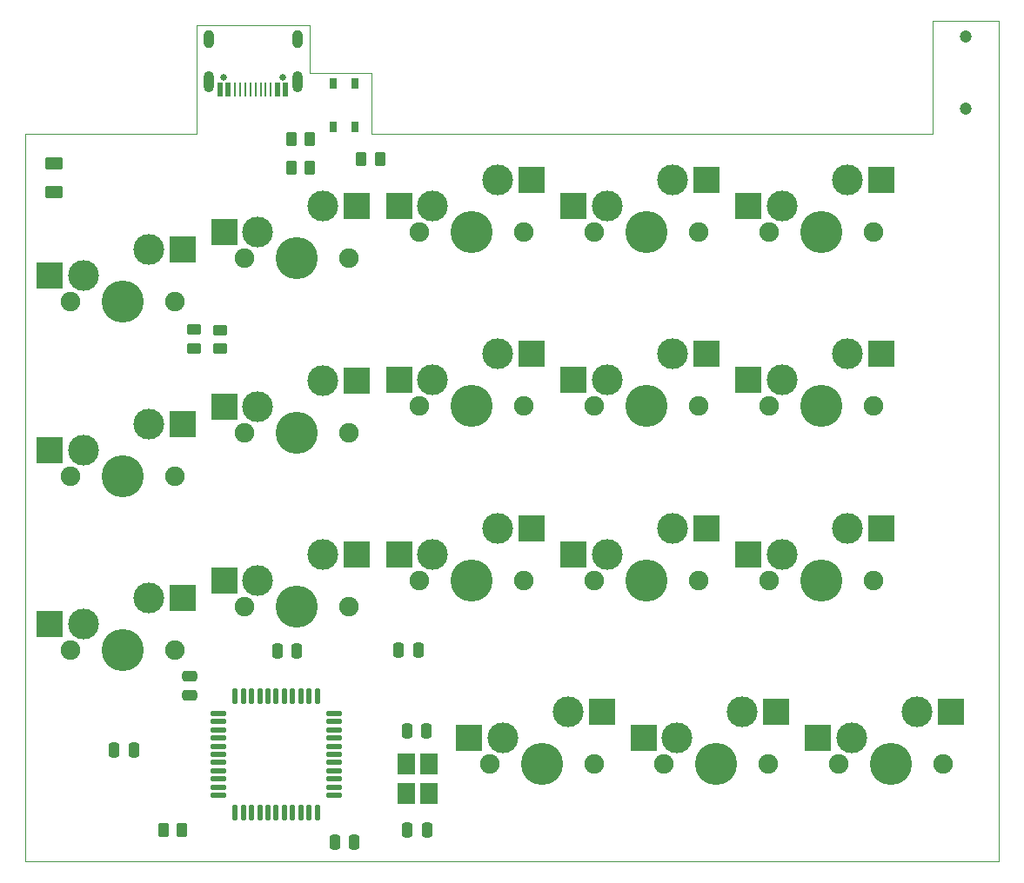
<source format=gbs>
%TF.GenerationSoftware,KiCad,Pcbnew,(6.0.9)*%
%TF.CreationDate,2023-01-09T12:53:46+09:00*%
%TF.ProjectId,split-mini__left,73706c69-742d-46d6-996e-695f5f6c6566,rev?*%
%TF.SameCoordinates,Original*%
%TF.FileFunction,Soldermask,Bot*%
%TF.FilePolarity,Negative*%
%FSLAX46Y46*%
G04 Gerber Fmt 4.6, Leading zero omitted, Abs format (unit mm)*
G04 Created by KiCad (PCBNEW (6.0.9)) date 2023-01-09 12:53:46*
%MOMM*%
%LPD*%
G01*
G04 APERTURE LIST*
G04 Aperture macros list*
%AMRoundRect*
0 Rectangle with rounded corners*
0 $1 Rounding radius*
0 $2 $3 $4 $5 $6 $7 $8 $9 X,Y pos of 4 corners*
0 Add a 4 corners polygon primitive as box body*
4,1,4,$2,$3,$4,$5,$6,$7,$8,$9,$2,$3,0*
0 Add four circle primitives for the rounded corners*
1,1,$1+$1,$2,$3*
1,1,$1+$1,$4,$5*
1,1,$1+$1,$6,$7*
1,1,$1+$1,$8,$9*
0 Add four rect primitives between the rounded corners*
20,1,$1+$1,$2,$3,$4,$5,0*
20,1,$1+$1,$4,$5,$6,$7,0*
20,1,$1+$1,$6,$7,$8,$9,0*
20,1,$1+$1,$8,$9,$2,$3,0*%
G04 Aperture macros list end*
%TA.AperFunction,Profile*%
%ADD10C,0.100000*%
%TD*%
%ADD11C,1.900000*%
%ADD12C,4.100000*%
%ADD13C,3.000000*%
%ADD14R,2.550000X2.500000*%
%ADD15C,0.650000*%
%ADD16R,0.580000X1.400000*%
%ADD17R,0.280000X1.400000*%
%ADD18O,1.000000X1.800000*%
%ADD19O,1.000000X2.100000*%
%ADD20RoundRect,0.137500X-0.137500X0.600000X-0.137500X-0.600000X0.137500X-0.600000X0.137500X0.600000X0*%
%ADD21RoundRect,0.137500X-0.600000X0.137500X-0.600000X-0.137500X0.600000X-0.137500X0.600000X0.137500X0*%
%ADD22RoundRect,0.250000X-0.625000X0.375000X-0.625000X-0.375000X0.625000X-0.375000X0.625000X0.375000X0*%
%ADD23RoundRect,0.250000X0.262500X0.450000X-0.262500X0.450000X-0.262500X-0.450000X0.262500X-0.450000X0*%
%ADD24RoundRect,0.250000X-0.262500X-0.450000X0.262500X-0.450000X0.262500X0.450000X-0.262500X0.450000X0*%
%ADD25RoundRect,0.250000X-0.250000X-0.475000X0.250000X-0.475000X0.250000X0.475000X-0.250000X0.475000X0*%
%ADD26C,1.200000*%
%ADD27RoundRect,0.250000X0.250000X0.475000X-0.250000X0.475000X-0.250000X-0.475000X0.250000X-0.475000X0*%
%ADD28R,0.650000X1.050000*%
%ADD29R,1.800000X2.100000*%
%ADD30RoundRect,0.250000X-0.475000X0.250000X-0.475000X-0.250000X0.475000X-0.250000X0.475000X0.250000X0*%
%ADD31RoundRect,0.250000X-0.450000X0.262500X-0.450000X-0.262500X0.450000X-0.262500X0.450000X0.262500X0*%
G04 APERTURE END LIST*
D10*
X45300000Y-24800000D02*
X51300000Y-24800000D01*
X112386197Y-19800000D02*
X112386197Y-101650000D01*
X34300000Y-20168424D02*
X45300000Y-20168424D01*
X17586197Y-30800000D02*
X34300000Y-30800000D01*
X105886197Y-19800000D02*
X112386197Y-19800000D01*
X105886197Y-30800000D02*
X105886197Y-19800000D01*
X34300000Y-30800000D02*
X34300000Y-20168424D01*
X17586197Y-101650000D02*
X17586197Y-30800000D01*
X51300000Y-24800000D02*
X51300000Y-30800000D01*
X51300000Y-30800000D02*
X105886197Y-30800000D01*
X45300000Y-20168424D02*
X45300000Y-24800000D01*
X112386197Y-101650000D02*
X17586197Y-101650000D01*
D11*
%TO.C,SW15*%
X100155000Y-74300000D03*
D12*
X95075000Y-74300000D03*
D13*
X91265000Y-71760000D03*
D11*
X89995000Y-74300000D03*
D13*
X97615000Y-69220000D03*
D14*
X87990000Y-71760000D03*
X100917000Y-69220000D03*
%TD*%
D11*
%TO.C,SW7*%
X38995000Y-59850000D03*
X49155000Y-59850000D03*
D13*
X46615000Y-54770000D03*
D12*
X44075000Y-59850000D03*
D13*
X40265000Y-57310000D03*
D14*
X36990000Y-57310000D03*
X49917000Y-54770000D03*
%TD*%
D11*
%TO.C,SW3*%
X55995000Y-40300000D03*
D13*
X57265000Y-37760000D03*
D12*
X61075000Y-40300000D03*
D13*
X63615000Y-35220000D03*
D11*
X66155000Y-40300000D03*
D14*
X53990000Y-37760000D03*
X66917000Y-35220000D03*
%TD*%
D13*
%TO.C,SW6*%
X29640000Y-59020000D03*
D11*
X22020000Y-64100000D03*
D12*
X27100000Y-64100000D03*
D11*
X32180000Y-64100000D03*
D13*
X23290000Y-61560000D03*
D14*
X20015000Y-61560000D03*
X32942000Y-59020000D03*
%TD*%
D13*
%TO.C,SW17*%
X87415000Y-87070000D03*
D11*
X79795000Y-92150000D03*
D12*
X84875000Y-92150000D03*
D13*
X81065000Y-89610000D03*
D11*
X89955000Y-92150000D03*
D14*
X77790000Y-89610000D03*
X90717000Y-87070000D03*
%TD*%
D13*
%TO.C,SW14*%
X80625000Y-69235000D03*
X74275000Y-71775000D03*
D12*
X78085000Y-74315000D03*
D11*
X83165000Y-74315000D03*
X73005000Y-74315000D03*
D14*
X71000000Y-71775000D03*
X83927000Y-69235000D03*
%TD*%
D13*
%TO.C,SW9*%
X74265000Y-54760000D03*
D12*
X78075000Y-57300000D03*
D13*
X80615000Y-52220000D03*
D11*
X83155000Y-57300000D03*
X72995000Y-57300000D03*
D14*
X70990000Y-54760000D03*
X83917000Y-52220000D03*
%TD*%
D13*
%TO.C,SW8*%
X57265000Y-54760000D03*
D11*
X55995000Y-57300000D03*
D12*
X61075000Y-57300000D03*
D13*
X63615000Y-52220000D03*
D11*
X66155000Y-57300000D03*
D14*
X53990000Y-54760000D03*
X66917000Y-52220000D03*
%TD*%
D11*
%TO.C,SW10*%
X100130000Y-57300000D03*
D12*
X95050000Y-57300000D03*
D11*
X89970000Y-57300000D03*
D13*
X91240000Y-54760000D03*
X97590000Y-52220000D03*
D14*
X87965000Y-54760000D03*
X100892000Y-52220000D03*
%TD*%
D12*
%TO.C,SW11*%
X27085000Y-81080000D03*
D13*
X23275000Y-78540000D03*
D11*
X32165000Y-81080000D03*
D13*
X29625000Y-76000000D03*
D11*
X22005000Y-81080000D03*
D14*
X20000000Y-78540000D03*
X32927000Y-76000000D03*
%TD*%
D11*
%TO.C,SW1*%
X22020000Y-47075000D03*
X32180000Y-47075000D03*
D13*
X23290000Y-44535000D03*
X29640000Y-41995000D03*
D12*
X27100000Y-47075000D03*
D14*
X20015000Y-44535000D03*
X32942000Y-41995000D03*
%TD*%
D13*
%TO.C,SW12*%
X40240000Y-74285000D03*
D11*
X49130000Y-76825000D03*
D13*
X46590000Y-71745000D03*
D11*
X38970000Y-76825000D03*
D12*
X44050000Y-76825000D03*
D14*
X36965000Y-74285000D03*
X49892000Y-71745000D03*
%TD*%
D11*
%TO.C,SW5*%
X100155000Y-40300000D03*
X89995000Y-40300000D03*
D13*
X97615000Y-35220000D03*
X91265000Y-37760000D03*
D12*
X95075000Y-40300000D03*
D14*
X87990000Y-37760000D03*
X100917000Y-35220000D03*
%TD*%
D11*
%TO.C,SW2*%
X38995000Y-42850000D03*
D12*
X44075000Y-42850000D03*
D13*
X46615000Y-37770000D03*
X40265000Y-40310000D03*
D11*
X49155000Y-42850000D03*
D14*
X36990000Y-40310000D03*
X49917000Y-37770000D03*
%TD*%
D11*
%TO.C,SW13*%
X66155000Y-74275000D03*
X55995000Y-74275000D03*
D13*
X57265000Y-71735000D03*
X63615000Y-69195000D03*
D12*
X61075000Y-74275000D03*
D14*
X53990000Y-71735000D03*
X66917000Y-69195000D03*
%TD*%
D11*
%TO.C,SW16*%
X62795000Y-92150000D03*
D13*
X70415000Y-87070000D03*
D11*
X72955000Y-92150000D03*
D13*
X64065000Y-89610000D03*
D12*
X67875000Y-92150000D03*
D14*
X60790000Y-89610000D03*
X73717000Y-87070000D03*
%TD*%
D12*
%TO.C,SW4*%
X78075000Y-40300000D03*
D11*
X83155000Y-40300000D03*
X72995000Y-40300000D03*
D13*
X74265000Y-37760000D03*
X80615000Y-35220000D03*
D14*
X70990000Y-37760000D03*
X83917000Y-35220000D03*
%TD*%
D11*
%TO.C,SW18*%
X96795000Y-92150000D03*
D13*
X104415000Y-87070000D03*
X98065000Y-89610000D03*
D11*
X106955000Y-92150000D03*
D12*
X101875000Y-92150000D03*
D14*
X94790000Y-89610000D03*
X107717000Y-87070000D03*
%TD*%
D15*
%TO.C,J1*%
X36885000Y-25225000D03*
X42665000Y-25225000D03*
D16*
X36575000Y-26425000D03*
X37375000Y-26425000D03*
D17*
X38525000Y-26425000D03*
X39525000Y-26425000D03*
X40025000Y-26425000D03*
X41025000Y-26425000D03*
D16*
X42175000Y-26425000D03*
X42975000Y-26425000D03*
X42975000Y-26425000D03*
X42175000Y-26425000D03*
D17*
X41525000Y-26425000D03*
X40525000Y-26425000D03*
X39025000Y-26425000D03*
X38025000Y-26425000D03*
D16*
X37375000Y-26425000D03*
X36575000Y-26425000D03*
D18*
X44095000Y-21545000D03*
D19*
X35455000Y-25725000D03*
X44095000Y-25725000D03*
D18*
X35455000Y-21545000D03*
%TD*%
D20*
%TO.C,U1*%
X38040000Y-85552500D03*
X38840000Y-85552500D03*
X39640000Y-85552500D03*
X40440000Y-85552500D03*
X41240000Y-85552500D03*
X42040000Y-85552500D03*
X42840000Y-85552500D03*
X43640000Y-85552500D03*
X44440000Y-85552500D03*
X45240000Y-85552500D03*
X46040000Y-85552500D03*
D21*
X47702500Y-87215000D03*
X47702500Y-88015000D03*
X47702500Y-88815000D03*
X47702500Y-89615000D03*
X47702500Y-90415000D03*
X47702500Y-91215000D03*
X47702500Y-92015000D03*
X47702500Y-92815000D03*
X47702500Y-93615000D03*
X47702500Y-94415000D03*
X47702500Y-95215000D03*
D20*
X46040000Y-96877500D03*
X45240000Y-96877500D03*
X44440000Y-96877500D03*
X43640000Y-96877500D03*
X42840000Y-96877500D03*
X42040000Y-96877500D03*
X41240000Y-96877500D03*
X40440000Y-96877500D03*
X39640000Y-96877500D03*
X38840000Y-96877500D03*
X38040000Y-96877500D03*
D21*
X36377500Y-95215000D03*
X36377500Y-94415000D03*
X36377500Y-93615000D03*
X36377500Y-92815000D03*
X36377500Y-92015000D03*
X36377500Y-91215000D03*
X36377500Y-90415000D03*
X36377500Y-89615000D03*
X36377500Y-88815000D03*
X36377500Y-88015000D03*
X36377500Y-87215000D03*
%TD*%
D22*
%TO.C,F1*%
X20425000Y-33650000D03*
X20425000Y-36450000D03*
%TD*%
D23*
%TO.C,R5*%
X32882500Y-98585000D03*
X31057500Y-98585000D03*
%TD*%
D24*
%TO.C,R1*%
X43487500Y-34050000D03*
X45312500Y-34050000D03*
%TD*%
D25*
%TO.C,C5*%
X26280000Y-90785000D03*
X28180000Y-90785000D03*
%TD*%
D26*
%TO.C,J2*%
X109150000Y-28275000D03*
X109150000Y-21275000D03*
%TD*%
D27*
%TO.C,C7*%
X56690000Y-88895000D03*
X54790000Y-88895000D03*
%TD*%
D24*
%TO.C,R2*%
X43487500Y-31300000D03*
X45312500Y-31300000D03*
%TD*%
D28*
%TO.C,RESET1*%
X49730000Y-30055000D03*
X49730000Y-25895000D03*
X47570000Y-30055000D03*
X47570000Y-25895000D03*
%TD*%
D29*
%TO.C,Y1*%
X54710000Y-95015000D03*
X54710000Y-92115000D03*
X56910000Y-92115000D03*
X56910000Y-95015000D03*
%TD*%
D25*
%TO.C,C4*%
X47750000Y-99765000D03*
X49650000Y-99765000D03*
%TD*%
D30*
%TO.C,C2*%
X33640000Y-83565000D03*
X33640000Y-85465000D03*
%TD*%
D23*
%TO.C,R6*%
X52162500Y-33225000D03*
X50337500Y-33225000D03*
%TD*%
D27*
%TO.C,C6*%
X56700000Y-98575000D03*
X54800000Y-98575000D03*
%TD*%
D31*
%TO.C,R4*%
X36625000Y-49887500D03*
X36625000Y-49887500D03*
X36625000Y-51712500D03*
%TD*%
%TO.C,R3*%
X34025000Y-49837500D03*
X34025000Y-51662500D03*
%TD*%
D27*
%TO.C,C3*%
X44040000Y-81145000D03*
X42140000Y-81145000D03*
%TD*%
D25*
%TO.C,C1*%
X53950000Y-81035000D03*
X55850000Y-81035000D03*
%TD*%
M02*

</source>
